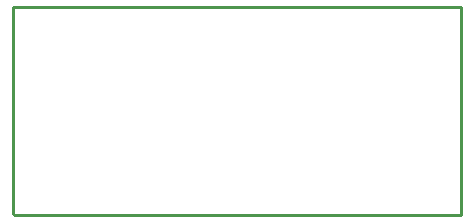
<source format=gm1>
%FSAX24Y24*%
%MOIN*%
G70*
G01*
G75*
G04 Layer_Color=16711935*
%ADD10R,0.0630X0.0709*%
%ADD11C,0.0100*%
%ADD12O,0.1181X0.0866*%
%ADD13C,0.0551*%
%ADD14C,0.0591*%
%ADD15R,0.0591X0.0591*%
%ADD16C,0.0079*%
%ADD17R,0.1142X0.1102*%
%ADD18R,0.3400X0.0800*%
%ADD19R,0.0710X0.0789*%
%ADD20O,0.1261X0.0946*%
%ADD21C,0.0631*%
%ADD22C,0.0671*%
%ADD23R,0.0671X0.0671*%
D11*
Y000100D02*
Y007000D01*
X014950D01*
X000050Y000050D02*
X014950D01*
Y007000D01*
M02*

</source>
